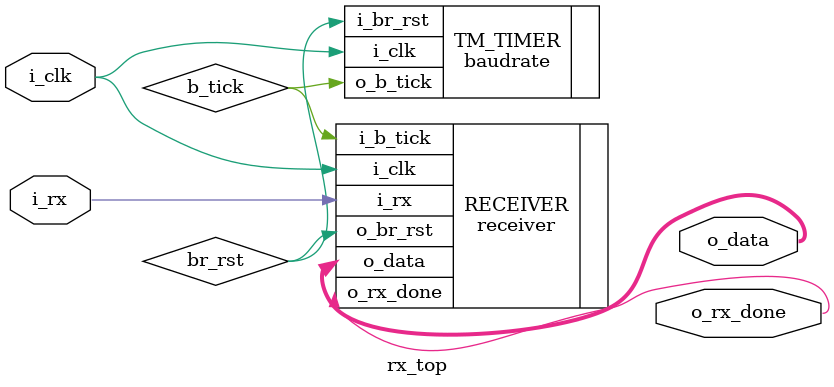
<source format=sv>
`timescale 1ns / 1ps

module rx_top
    #(parameter clk_speed = 100_000000,
                baudrate = 921600,
                D_BITS = 8,
                SP_BITS = 1)
    (
    input logic i_clk,
    input logic i_rx,
    output logic [D_BITS - 1:0] o_data,
    output logic o_rx_done
    );
    
    logic br_rst, b_tick;
    
    
    baudrate TM_TIMER(
        .i_clk(i_clk),
        .i_br_rst(br_rst),
        .o_b_tick(b_tick)
    );
    
    receiver RECEIVER(
        .i_clk(i_clk),
        .o_data(o_data),
        .i_b_tick(b_tick),
        .o_br_rst(br_rst),
        .i_rx(i_rx),
        .o_rx_done(o_rx_done)
    );

endmodule

</source>
